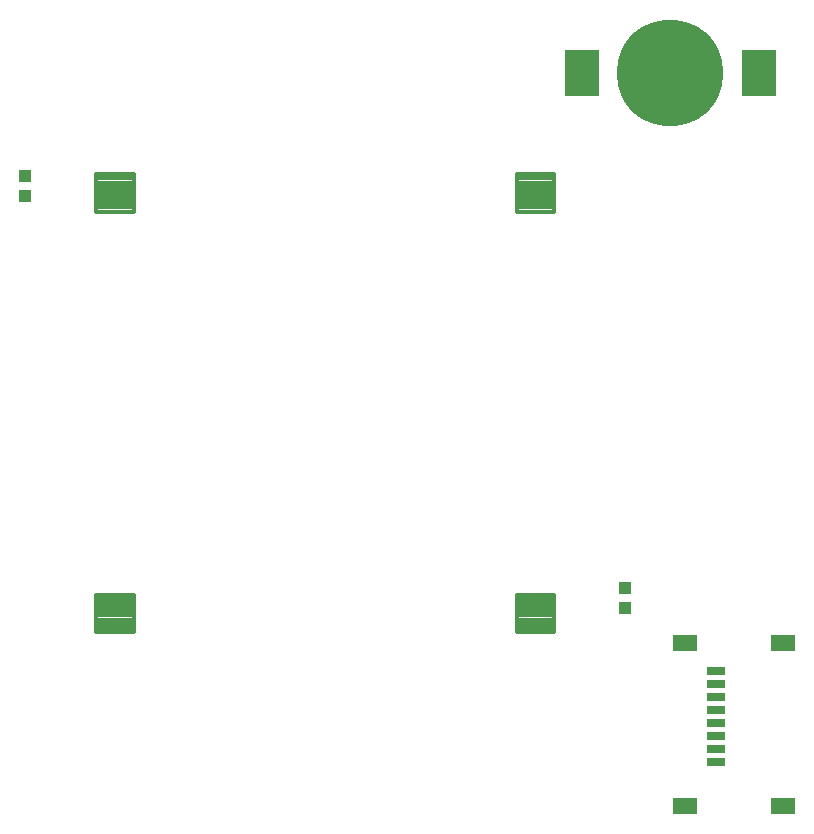
<source format=gtp>
G75*
%MOIN*%
%OFA0B0*%
%FSLAX25Y25*%
%IPPOS*%
%LPD*%
%AMOC8*
5,1,8,0,0,1.08239X$1,22.5*
%
%ADD10C,0.01378*%
%ADD11C,0.35433*%
%ADD12R,0.11811X0.15748*%
%ADD13R,0.07874X0.05709*%
%ADD14R,0.05906X0.03150*%
%ADD15R,0.03937X0.04331*%
D10*
X0080920Y0090920D02*
X0093322Y0090920D01*
X0080920Y0090920D02*
X0080920Y0103322D01*
X0093322Y0103322D01*
X0093322Y0090920D01*
X0093322Y0092297D02*
X0080920Y0092297D01*
X0080920Y0093674D02*
X0093322Y0093674D01*
X0093322Y0095051D02*
X0080920Y0095051D01*
X0080920Y0096428D02*
X0093322Y0096428D01*
X0093322Y0097805D02*
X0080920Y0097805D01*
X0080920Y0099182D02*
X0093322Y0099182D01*
X0093322Y0100559D02*
X0080920Y0100559D01*
X0080920Y0101936D02*
X0093322Y0101936D01*
X0093322Y0103313D02*
X0080920Y0103313D01*
X0221078Y0090920D02*
X0233480Y0090920D01*
X0221078Y0090920D02*
X0221078Y0103322D01*
X0233480Y0103322D01*
X0233480Y0090920D01*
X0233480Y0092297D02*
X0221078Y0092297D01*
X0221078Y0093674D02*
X0233480Y0093674D01*
X0233480Y0095051D02*
X0221078Y0095051D01*
X0221078Y0096428D02*
X0233480Y0096428D01*
X0233480Y0097805D02*
X0221078Y0097805D01*
X0221078Y0099182D02*
X0233480Y0099182D01*
X0233480Y0100559D02*
X0221078Y0100559D01*
X0221078Y0101936D02*
X0233480Y0101936D01*
X0233480Y0103313D02*
X0221078Y0103313D01*
X0221078Y0231078D02*
X0233480Y0231078D01*
X0221078Y0231078D02*
X0221078Y0243480D01*
X0233480Y0243480D01*
X0233480Y0231078D01*
X0233480Y0232455D02*
X0221078Y0232455D01*
X0221078Y0233832D02*
X0233480Y0233832D01*
X0233480Y0235209D02*
X0221078Y0235209D01*
X0221078Y0236586D02*
X0233480Y0236586D01*
X0233480Y0237963D02*
X0221078Y0237963D01*
X0221078Y0239340D02*
X0233480Y0239340D01*
X0233480Y0240717D02*
X0221078Y0240717D01*
X0221078Y0242094D02*
X0233480Y0242094D01*
X0233480Y0243471D02*
X0221078Y0243471D01*
X0093322Y0231078D02*
X0080920Y0231078D01*
X0080920Y0243480D01*
X0093322Y0243480D01*
X0093322Y0231078D01*
X0093322Y0232455D02*
X0080920Y0232455D01*
X0080920Y0233832D02*
X0093322Y0233832D01*
X0093322Y0235209D02*
X0080920Y0235209D01*
X0080920Y0236586D02*
X0093322Y0236586D01*
X0093322Y0237963D02*
X0080920Y0237963D01*
X0080920Y0239340D02*
X0093322Y0239340D01*
X0093322Y0240717D02*
X0080920Y0240717D01*
X0080920Y0242094D02*
X0093322Y0242094D01*
X0093322Y0243471D02*
X0080920Y0243471D01*
D11*
X0272200Y0277200D03*
D12*
X0301728Y0277200D03*
X0242672Y0277200D03*
D13*
X0277200Y0087200D03*
X0309877Y0087200D03*
X0309877Y0033066D03*
X0277200Y0033066D03*
D14*
X0287436Y0047515D03*
X0287436Y0051846D03*
X0287436Y0056176D03*
X0287436Y0060507D03*
X0287436Y0064838D03*
X0287436Y0069169D03*
X0287436Y0073499D03*
X0287436Y0077830D03*
D15*
X0257200Y0098854D03*
X0257200Y0105546D03*
X0057200Y0236354D03*
X0057200Y0243046D03*
M02*

</source>
